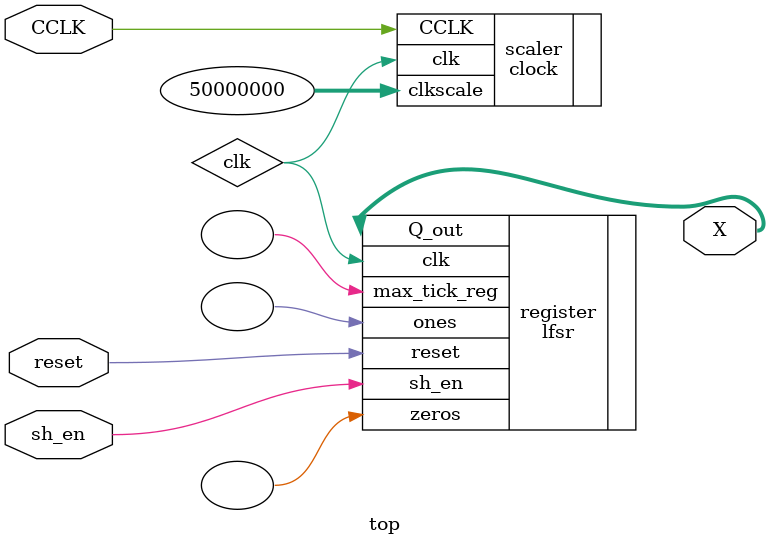
<source format=v>
`timescale 1ns / 1ps

module top(input CCLK, sh_en, reset, output [15:0] X);
    // Scaled clock
    wire clk;
    
    // Scale clock to 1hz
    clock scaler(.CCLK(CCLK), .clkscale(50000000), .clk(clk));
    
    // Connect scaled clock to LFSR and connect Q_out to X
    lfsr register(.clk(clk), .sh_en(sh_en), .reset(reset), .Q_out(X), .ones(), .zeros(), .max_tick_reg());
endmodule

</source>
